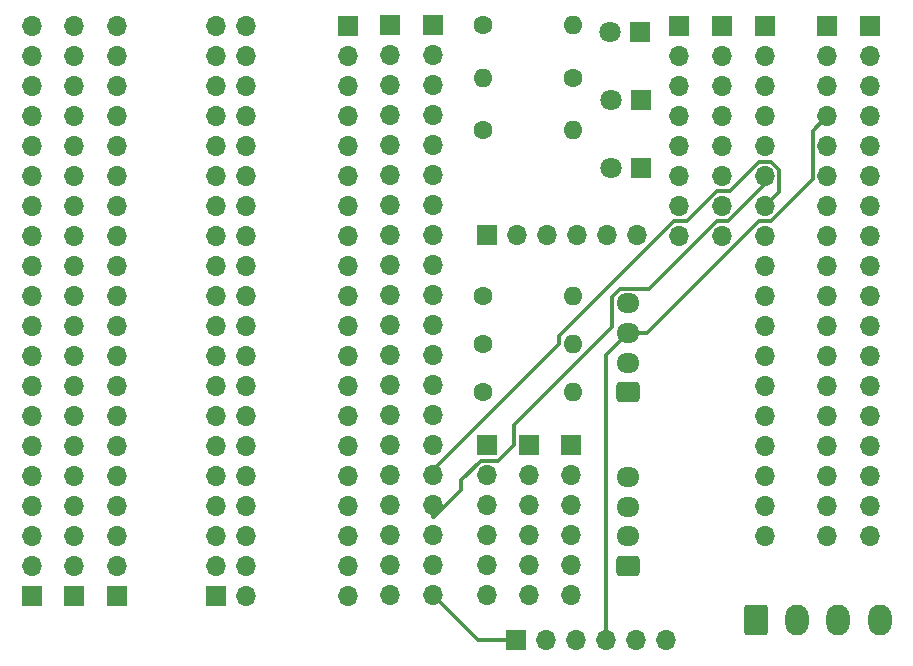
<source format=gbl>
%TF.GenerationSoftware,KiCad,Pcbnew,7.0.5-0*%
%TF.CreationDate,2023-10-02T00:08:41-07:00*%
%TF.ProjectId,FONA_pi,464f4e41-5f70-4692-9e6b-696361645f70,rev?*%
%TF.SameCoordinates,Original*%
%TF.FileFunction,Copper,L2,Bot*%
%TF.FilePolarity,Positive*%
%FSLAX46Y46*%
G04 Gerber Fmt 4.6, Leading zero omitted, Abs format (unit mm)*
G04 Created by KiCad (PCBNEW 7.0.5-0) date 2023-10-02 00:08:41*
%MOMM*%
%LPD*%
G01*
G04 APERTURE LIST*
G04 Aperture macros list*
%AMRoundRect*
0 Rectangle with rounded corners*
0 $1 Rounding radius*
0 $2 $3 $4 $5 $6 $7 $8 $9 X,Y pos of 4 corners*
0 Add a 4 corners polygon primitive as box body*
4,1,4,$2,$3,$4,$5,$6,$7,$8,$9,$2,$3,0*
0 Add four circle primitives for the rounded corners*
1,1,$1+$1,$2,$3*
1,1,$1+$1,$4,$5*
1,1,$1+$1,$6,$7*
1,1,$1+$1,$8,$9*
0 Add four rect primitives between the rounded corners*
20,1,$1+$1,$2,$3,$4,$5,0*
20,1,$1+$1,$4,$5,$6,$7,0*
20,1,$1+$1,$6,$7,$8,$9,0*
20,1,$1+$1,$8,$9,$2,$3,0*%
G04 Aperture macros list end*
%TA.AperFunction,ComponentPad*%
%ADD10R,1.700000X1.700000*%
%TD*%
%TA.AperFunction,ComponentPad*%
%ADD11O,1.700000X1.700000*%
%TD*%
%TA.AperFunction,ComponentPad*%
%ADD12C,1.600000*%
%TD*%
%TA.AperFunction,ComponentPad*%
%ADD13O,1.600000X1.600000*%
%TD*%
%TA.AperFunction,ComponentPad*%
%ADD14R,1.800000X1.800000*%
%TD*%
%TA.AperFunction,ComponentPad*%
%ADD15C,1.800000*%
%TD*%
%TA.AperFunction,ComponentPad*%
%ADD16RoundRect,0.250000X0.725000X-0.600000X0.725000X0.600000X-0.725000X0.600000X-0.725000X-0.600000X0*%
%TD*%
%TA.AperFunction,ComponentPad*%
%ADD17O,1.950000X1.700000*%
%TD*%
%TA.AperFunction,ComponentPad*%
%ADD18RoundRect,0.250000X-0.750000X-1.050000X0.750000X-1.050000X0.750000X1.050000X-0.750000X1.050000X0*%
%TD*%
%TA.AperFunction,ComponentPad*%
%ADD19O,2.000000X2.600000*%
%TD*%
%TA.AperFunction,Conductor*%
%ADD20C,0.350000*%
%TD*%
G04 APERTURE END LIST*
D10*
%TO.P,J20,1,Pin_1*%
%TO.N,unconnected-(J20-Pin_1-Pad1)*%
X144310000Y-60960000D03*
D11*
%TO.P,J20,2,Pin_2*%
%TO.N,unconnected-(J20-Pin_2-Pad2)*%
X144310000Y-63500000D03*
%TO.P,J20,3,Pin_3*%
%TO.N,unconnected-(J20-Pin_3-Pad3)*%
X144310000Y-66040000D03*
%TO.P,J20,4,Pin_4*%
%TO.N,unconnected-(J20-Pin_4-Pad4)*%
X144310000Y-68580000D03*
%TO.P,J20,5,Pin_5*%
%TO.N,unconnected-(J20-Pin_5-Pad5)*%
X144310000Y-71120000D03*
%TO.P,J20,6,Pin_6*%
%TO.N,unconnected-(J20-Pin_6-Pad6)*%
X144310000Y-73660000D03*
%TO.P,J20,7,Pin_7*%
%TO.N,unconnected-(J20-Pin_7-Pad7)*%
X144310000Y-76200000D03*
%TO.P,J20,8,Pin_8*%
%TO.N,unconnected-(J20-Pin_8-Pad8)*%
X144310000Y-78740000D03*
%TD*%
D10*
%TO.P,J19,1,Pin_1*%
%TO.N,unconnected-(J19-Pin_1-Pad1)*%
X140670000Y-60960000D03*
D11*
%TO.P,J19,2,Pin_2*%
%TO.N,unconnected-(J19-Pin_2-Pad2)*%
X140670000Y-63500000D03*
%TO.P,J19,3,Pin_3*%
%TO.N,unconnected-(J19-Pin_3-Pad3)*%
X140670000Y-66040000D03*
%TO.P,J19,4,Pin_4*%
%TO.N,unconnected-(J19-Pin_4-Pad4)*%
X140670000Y-68580000D03*
%TO.P,J19,5,Pin_5*%
%TO.N,unconnected-(J19-Pin_5-Pad5)*%
X140670000Y-71120000D03*
%TO.P,J19,6,Pin_6*%
%TO.N,unconnected-(J19-Pin_6-Pad6)*%
X140670000Y-73660000D03*
%TO.P,J19,7,Pin_7*%
%TO.N,unconnected-(J19-Pin_7-Pad7)*%
X140670000Y-76200000D03*
%TO.P,J19,8,Pin_8*%
%TO.N,unconnected-(J19-Pin_8-Pad8)*%
X140670000Y-78740000D03*
%TD*%
%TO.P,J6,18,Pin_18*%
%TO.N,Net-(J18-Pin_1)*%
X153240000Y-104140000D03*
%TO.P,J6,17,Pin_17*%
%TO.N,Net-(J18-Pin_2)*%
X153240000Y-101600000D03*
%TO.P,J6,16,Pin_16*%
%TO.N,Net-(J18-Pin_3)*%
X153240000Y-99060000D03*
%TO.P,J6,15,Pin_15*%
%TO.N,Net-(J18-Pin_4)*%
X153240000Y-96520000D03*
%TO.P,J6,14,Pin_14*%
%TO.N,Net-(J5-Pin_14)*%
X153240000Y-93980000D03*
%TO.P,J6,13,Pin_13*%
%TO.N,Net-(J5-Pin_13)*%
X153240000Y-91440000D03*
%TO.P,J6,12,Pin_12*%
%TO.N,Net-(J5-Pin_12)*%
X153240000Y-88900000D03*
%TO.P,J6,11,Pin_11*%
%TO.N,Net-(G5-A)*%
X153240000Y-86360000D03*
%TO.P,J6,10,Pin_10*%
%TO.N,Net-(J5-Pin_10)*%
X153240000Y-83820000D03*
%TO.P,J6,9,Pin_9*%
%TO.N,Net-(J5-Pin_9)*%
X153240000Y-81280000D03*
%TO.P,J6,8,Pin_8*%
%TO.N,Net-(J5-Pin_8)*%
X153240000Y-78740000D03*
%TO.P,J6,7,Pin_7*%
%TO.N,Net-(J2-Pin_10)*%
X153240000Y-76200000D03*
%TO.P,J6,6,Pin_6*%
%TO.N,Net-(J2-Pin_8)*%
X153240000Y-73660000D03*
%TO.P,J6,5,Pin_5*%
%TO.N,Net-(J5-Pin_5)*%
X153240000Y-71120000D03*
%TO.P,J6,4,Pin_4*%
%TO.N,Net-(J10-Pin_3)*%
X153240000Y-68580000D03*
%TO.P,J6,3,Pin_3*%
%TO.N,Net-(J5-Pin_3)*%
X153240000Y-66040000D03*
%TO.P,J6,2,Pin_2*%
%TO.N,Net-(J5-Pin_2)*%
X153240000Y-63500000D03*
D10*
%TO.P,J6,1,Pin_1*%
%TO.N,Net-(J5-Pin_1)*%
X153240000Y-60960000D03*
%TD*%
D11*
%TO.P,J5,18,Pin_18*%
%TO.N,Net-(J18-Pin_1)*%
X147955000Y-104140000D03*
%TO.P,J5,17,Pin_17*%
%TO.N,Net-(J18-Pin_2)*%
X147955000Y-101600000D03*
%TO.P,J5,16,Pin_16*%
%TO.N,Net-(J18-Pin_3)*%
X147955000Y-99060000D03*
%TO.P,J5,15,Pin_15*%
%TO.N,Net-(J18-Pin_4)*%
X147955000Y-96520000D03*
%TO.P,J5,14,Pin_14*%
%TO.N,Net-(J5-Pin_14)*%
X147955000Y-93980000D03*
%TO.P,J5,13,Pin_13*%
%TO.N,Net-(J5-Pin_13)*%
X147955000Y-91440000D03*
%TO.P,J5,12,Pin_12*%
%TO.N,Net-(J5-Pin_12)*%
X147955000Y-88900000D03*
%TO.P,J5,11,Pin_11*%
%TO.N,Net-(G5-A)*%
X147955000Y-86360000D03*
%TO.P,J5,10,Pin_10*%
%TO.N,Net-(J5-Pin_10)*%
X147955000Y-83820000D03*
%TO.P,J5,9,Pin_9*%
%TO.N,Net-(J5-Pin_9)*%
X147955000Y-81280000D03*
%TO.P,J5,8,Pin_8*%
%TO.N,Net-(J5-Pin_8)*%
X147955000Y-78740000D03*
%TO.P,J5,7,Pin_7*%
%TO.N,Net-(J2-Pin_10)*%
X147955000Y-76200000D03*
%TO.P,J5,6,Pin_6*%
%TO.N,Net-(J2-Pin_8)*%
X147955000Y-73660000D03*
%TO.P,J5,5,Pin_5*%
%TO.N,Net-(J5-Pin_5)*%
X147955000Y-71120000D03*
%TO.P,J5,4,Pin_4*%
%TO.N,Net-(J10-Pin_3)*%
X147955000Y-68580000D03*
%TO.P,J5,3,Pin_3*%
%TO.N,Net-(J5-Pin_3)*%
X147955000Y-66040000D03*
%TO.P,J5,2,Pin_2*%
%TO.N,Net-(J5-Pin_2)*%
X147955000Y-63500000D03*
D10*
%TO.P,J5,1,Pin_1*%
%TO.N,Net-(J5-Pin_1)*%
X147955000Y-60960000D03*
%TD*%
D12*
%TO.P,R1,1*%
%TO.N,Net-(J1-Pin_16)*%
X124104400Y-69773800D03*
D13*
%TO.P,R1,2*%
%TO.N,Net-(D3-A)*%
X131724400Y-69773800D03*
%TD*%
D10*
%TO.P,J13,1,Pin_1*%
%TO.N,Net-(J13-Pin_1)*%
X124383800Y-96418400D03*
D11*
%TO.P,J13,2,Pin_2*%
%TO.N,Net-(J13-Pin_2)*%
X124383800Y-98958400D03*
%TO.P,J13,3,Pin_3*%
%TO.N,Net-(J13-Pin_3)*%
X124383800Y-101498400D03*
%TO.P,J13,4,Pin_4*%
%TO.N,Net-(J13-Pin_4)*%
X124383800Y-104038400D03*
%TO.P,J13,5,Pin_5*%
%TO.N,Net-(J13-Pin_5)*%
X124383800Y-106578400D03*
%TO.P,J13,6,Pin_6*%
%TO.N,Net-(J13-Pin_6)*%
X124383800Y-109118400D03*
%TD*%
D12*
%TO.P,R6,1*%
%TO.N,Net-(J2-Pin_16)*%
X124053600Y-91922600D03*
D13*
%TO.P,R6,2*%
%TO.N,Net-(J10-Pin_1)*%
X131673600Y-91922600D03*
%TD*%
D14*
%TO.P,D3,1,K*%
%TO.N,Net-(D1-K)*%
X137439400Y-72948800D03*
D15*
%TO.P,D3,2,A*%
%TO.N,Net-(D3-A)*%
X134899400Y-72948800D03*
%TD*%
D12*
%TO.P,R3,1*%
%TO.N,Net-(J1-Pin_19)*%
X124104400Y-60883800D03*
D13*
%TO.P,R3,2*%
%TO.N,Net-(D1-A)*%
X131724400Y-60883800D03*
%TD*%
D16*
%TO.P,J9,1,Pin_1*%
%TO.N,Net-(J18-Pin_1)*%
X136347200Y-106629200D03*
D17*
%TO.P,J9,2,Pin_2*%
%TO.N,Net-(J18-Pin_2)*%
X136347200Y-104129200D03*
%TO.P,J9,3,Pin_3*%
%TO.N,Net-(J18-Pin_3)*%
X136347200Y-101629200D03*
%TO.P,J9,4,Pin_4*%
%TO.N,Net-(J18-Pin_4)*%
X136347200Y-99129200D03*
%TD*%
D12*
%TO.P,R2,1*%
%TO.N,Net-(D2-A)*%
X131724400Y-65328800D03*
D13*
%TO.P,R2,2*%
%TO.N,Net-(J2-Pin_36)*%
X124104400Y-65328800D03*
%TD*%
D12*
%TO.P,R4,1*%
%TO.N,Net-(J2-Pin_22)*%
X124053600Y-83822600D03*
D13*
%TO.P,R4,2*%
%TO.N,Net-(J10-Pin_4)*%
X131673600Y-83822600D03*
%TD*%
D10*
%TO.P,J15,1,Pin_1*%
%TO.N,Net-(J13-Pin_1)*%
X131523800Y-96418400D03*
D11*
%TO.P,J15,2,Pin_2*%
%TO.N,Net-(J13-Pin_2)*%
X131523800Y-98958400D03*
%TO.P,J15,3,Pin_3*%
%TO.N,Net-(J13-Pin_3)*%
X131523800Y-101498400D03*
%TO.P,J15,4,Pin_4*%
%TO.N,Net-(J13-Pin_4)*%
X131523800Y-104038400D03*
%TO.P,J15,5,Pin_5*%
%TO.N,Net-(J13-Pin_5)*%
X131523800Y-106578400D03*
%TO.P,J15,6,Pin_6*%
%TO.N,Net-(J13-Pin_6)*%
X131523800Y-109118400D03*
%TD*%
D12*
%TO.P,R5,1*%
%TO.N,Net-(J2-Pin_18)*%
X124053600Y-87872600D03*
D13*
%TO.P,R5,2*%
%TO.N,Net-(J10-Pin_2)*%
X131673600Y-87872600D03*
%TD*%
D11*
%TO.P,J2,40,Pin_40*%
%TO.N,Net-(J2-Pin_40)*%
X103987600Y-60909200D03*
%TO.P,J2,39,Pin_39*%
%TO.N,Net-(J1-Pin_20)*%
X101447600Y-60909200D03*
%TO.P,J2,38,Pin_38*%
%TO.N,Net-(J2-Pin_38)*%
X103987600Y-63449200D03*
%TO.P,J2,37,Pin_37*%
%TO.N,Net-(J1-Pin_19)*%
X101447600Y-63449200D03*
%TO.P,J2,36,Pin_36*%
%TO.N,Net-(J2-Pin_36)*%
X103987600Y-65989200D03*
%TO.P,J2,35,Pin_35*%
%TO.N,Net-(J1-Pin_18)*%
X101447600Y-65989200D03*
%TO.P,J2,34,Pin_34*%
%TO.N,Net-(D1-K)*%
X103987600Y-68529200D03*
%TO.P,J2,33,Pin_33*%
%TO.N,Net-(J1-Pin_17)*%
X101447600Y-68529200D03*
%TO.P,J2,32,Pin_32*%
%TO.N,Net-(J2-Pin_32)*%
X103987600Y-71069200D03*
%TO.P,J2,31,Pin_31*%
%TO.N,Net-(J1-Pin_16)*%
X101447600Y-71069200D03*
%TO.P,J2,30,Pin_30*%
%TO.N,Net-(J2-Pin_30)*%
X103987600Y-73609200D03*
%TO.P,J2,29,Pin_29*%
%TO.N,Net-(G5-B)*%
X101447600Y-73609200D03*
%TO.P,J2,28,Pin_28*%
%TO.N,Net-(J2-Pin_28)*%
X103987600Y-76149200D03*
%TO.P,J2,27,Pin_27*%
%TO.N,Net-(J1-Pin_14)*%
X101447600Y-76149200D03*
%TO.P,J2,26,Pin_26*%
%TO.N,Net-(J2-Pin_26)*%
X103987600Y-78689200D03*
%TO.P,J2,25,Pin_25*%
%TO.N,Net-(J1-Pin_13)*%
X101447600Y-78689200D03*
%TO.P,J2,24,Pin_24*%
%TO.N,Net-(J2-Pin_24)*%
X103987600Y-81229200D03*
%TO.P,J2,23,Pin_23*%
%TO.N,Net-(J1-Pin_12)*%
X101447600Y-81229200D03*
%TO.P,J2,22,Pin_22*%
%TO.N,Net-(J2-Pin_22)*%
X103987600Y-83769200D03*
%TO.P,J2,21,Pin_21*%
%TO.N,Net-(J1-Pin_11)*%
X101447600Y-83769200D03*
%TO.P,J2,20,Pin_20*%
%TO.N,Net-(J2-Pin_20)*%
X103987600Y-86309200D03*
%TO.P,J2,19,Pin_19*%
%TO.N,Net-(J1-Pin_10)*%
X101447600Y-86309200D03*
%TO.P,J2,18,Pin_18*%
%TO.N,Net-(J2-Pin_18)*%
X103987600Y-88849200D03*
%TO.P,J2,17,Pin_17*%
%TO.N,Net-(J1-Pin_9)*%
X101447600Y-88849200D03*
%TO.P,J2,16,Pin_16*%
%TO.N,Net-(J2-Pin_16)*%
X103987600Y-91389200D03*
%TO.P,J2,15,Pin_15*%
%TO.N,Net-(J1-Pin_8)*%
X101447600Y-91389200D03*
%TO.P,J2,14,Pin_14*%
%TO.N,Net-(J2-Pin_14)*%
X103987600Y-93929200D03*
%TO.P,J2,13,Pin_13*%
%TO.N,Net-(J1-Pin_7)*%
X101447600Y-93929200D03*
%TO.P,J2,12,Pin_12*%
%TO.N,Net-(J2-Pin_12)*%
X103987600Y-96469200D03*
%TO.P,J2,11,Pin_11*%
%TO.N,Net-(J1-Pin_6)*%
X101447600Y-96469200D03*
%TO.P,J2,10,Pin_10*%
%TO.N,Net-(J2-Pin_10)*%
X103987600Y-99009200D03*
%TO.P,J2,9,Pin_9*%
%TO.N,Net-(J1-Pin_5)*%
X101447600Y-99009200D03*
%TO.P,J2,8,Pin_8*%
%TO.N,Net-(J2-Pin_8)*%
X103987600Y-101549200D03*
%TO.P,J2,7,Pin_7*%
%TO.N,Net-(J1-Pin_4)*%
X101447600Y-101549200D03*
%TO.P,J2,6,Pin_6*%
%TO.N,Net-(J2-Pin_6)*%
X103987600Y-104089200D03*
%TO.P,J2,5,Pin_5*%
%TO.N,Net-(J1-Pin_3)*%
X101447600Y-104089200D03*
%TO.P,J2,4,Pin_4*%
%TO.N,Net-(J2-Pin_4)*%
X103987600Y-106629200D03*
%TO.P,J2,3,Pin_3*%
%TO.N,Net-(J1-Pin_2)*%
X101447600Y-106629200D03*
%TO.P,J2,2,Pin_2*%
%TO.N,Net-(J10-Pin_3)*%
X103987600Y-109169200D03*
D10*
%TO.P,J2,1,Pin_1*%
%TO.N,Net-(J1-Pin_1)*%
X101447600Y-109169200D03*
%TD*%
D14*
%TO.P,D2,1,K*%
%TO.N,Net-(D1-K)*%
X137444400Y-67233800D03*
D15*
%TO.P,D2,2,A*%
%TO.N,Net-(D2-A)*%
X134904400Y-67233800D03*
%TD*%
D11*
%TO.P,J4,20,Pin_20*%
%TO.N,Net-(J10-Pin_3)*%
X119862600Y-109143800D03*
%TO.P,J4,19,Pin_19*%
%TO.N,Net-(J2-Pin_4)*%
X119862600Y-106603800D03*
%TO.P,J4,18,Pin_18*%
%TO.N,Net-(J2-Pin_6)*%
X119862600Y-104063800D03*
%TO.P,J4,17,Pin_17*%
%TO.N,Net-(J2-Pin_8)*%
X119862600Y-101523800D03*
%TO.P,J4,16,Pin_16*%
%TO.N,Net-(J2-Pin_10)*%
X119862600Y-98983800D03*
%TO.P,J4,15,Pin_15*%
%TO.N,Net-(J2-Pin_12)*%
X119862600Y-96443800D03*
%TO.P,J4,14,Pin_14*%
%TO.N,Net-(J2-Pin_14)*%
X119862600Y-93903800D03*
%TO.P,J4,13,Pin_13*%
%TO.N,Net-(J2-Pin_16)*%
X119862600Y-91363800D03*
%TO.P,J4,12,Pin_12*%
%TO.N,Net-(J2-Pin_18)*%
X119862600Y-88823800D03*
%TO.P,J4,11,Pin_11*%
%TO.N,Net-(J2-Pin_20)*%
X119862600Y-86283800D03*
%TO.P,J4,10,Pin_10*%
%TO.N,Net-(J2-Pin_22)*%
X119862600Y-83743800D03*
%TO.P,J4,9,Pin_9*%
%TO.N,Net-(J2-Pin_24)*%
X119862600Y-81203800D03*
%TO.P,J4,8,Pin_8*%
%TO.N,Net-(J2-Pin_26)*%
X119862600Y-78663800D03*
%TO.P,J4,7,Pin_7*%
%TO.N,Net-(J2-Pin_28)*%
X119862600Y-76123800D03*
%TO.P,J4,6,Pin_6*%
%TO.N,Net-(J2-Pin_30)*%
X119862600Y-73583800D03*
%TO.P,J4,5,Pin_5*%
%TO.N,Net-(J2-Pin_32)*%
X119862600Y-71043800D03*
%TO.P,J4,4,Pin_4*%
%TO.N,Net-(D1-K)*%
X119862600Y-68503800D03*
%TO.P,J4,3,Pin_3*%
%TO.N,Net-(J2-Pin_36)*%
X119862600Y-65963800D03*
%TO.P,J4,2,Pin_2*%
%TO.N,Net-(J2-Pin_38)*%
X119862600Y-63423800D03*
D10*
%TO.P,J4,1,Pin_1*%
%TO.N,Net-(J2-Pin_40)*%
X119862600Y-60883800D03*
%TD*%
%TO.P,J17,1,Pin_1*%
%TO.N,Net-(J10-Pin_3)*%
X126898400Y-112928400D03*
D11*
%TO.P,J17,2,Pin_2*%
X129438400Y-112928400D03*
%TO.P,J17,3,Pin_3*%
X131978400Y-112928400D03*
%TO.P,J17,4,Pin_4*%
X134518400Y-112928400D03*
%TO.P,J17,5,Pin_5*%
X137058400Y-112928400D03*
%TO.P,J17,6,Pin_6*%
X139598400Y-112928400D03*
%TD*%
D10*
%TO.P,J11,1,Pin_1*%
%TO.N,Net-(J1-Pin_1)*%
X89486800Y-109160000D03*
D11*
%TO.P,J11,2,Pin_2*%
%TO.N,Net-(J1-Pin_2)*%
X89486800Y-106620000D03*
%TO.P,J11,3,Pin_3*%
%TO.N,Net-(J1-Pin_3)*%
X89486800Y-104080000D03*
%TO.P,J11,4,Pin_4*%
%TO.N,Net-(J1-Pin_4)*%
X89486800Y-101540000D03*
%TO.P,J11,5,Pin_5*%
%TO.N,Net-(J1-Pin_5)*%
X89486800Y-99000000D03*
%TO.P,J11,6,Pin_6*%
%TO.N,Net-(J1-Pin_6)*%
X89486800Y-96460000D03*
%TO.P,J11,7,Pin_7*%
%TO.N,Net-(J1-Pin_7)*%
X89486800Y-93920000D03*
%TO.P,J11,8,Pin_8*%
%TO.N,Net-(J1-Pin_8)*%
X89486800Y-91380000D03*
%TO.P,J11,9,Pin_9*%
%TO.N,Net-(J1-Pin_9)*%
X89486800Y-88840000D03*
%TO.P,J11,10,Pin_10*%
%TO.N,Net-(J1-Pin_10)*%
X89486800Y-86300000D03*
%TO.P,J11,11,Pin_11*%
%TO.N,Net-(J1-Pin_11)*%
X89486800Y-83760000D03*
%TO.P,J11,12,Pin_12*%
%TO.N,Net-(J1-Pin_12)*%
X89486800Y-81220000D03*
%TO.P,J11,13,Pin_13*%
%TO.N,Net-(J1-Pin_13)*%
X89486800Y-78680000D03*
%TO.P,J11,14,Pin_14*%
%TO.N,Net-(J1-Pin_14)*%
X89486800Y-76140000D03*
%TO.P,J11,15,Pin_15*%
%TO.N,Net-(G5-B)*%
X89486800Y-73600000D03*
%TO.P,J11,16,Pin_16*%
%TO.N,Net-(J1-Pin_16)*%
X89486800Y-71060000D03*
%TO.P,J11,17,Pin_17*%
%TO.N,Net-(J1-Pin_17)*%
X89486800Y-68520000D03*
%TO.P,J11,18,Pin_18*%
%TO.N,Net-(J1-Pin_18)*%
X89486800Y-65980000D03*
%TO.P,J11,19,Pin_19*%
%TO.N,Net-(J1-Pin_19)*%
X89486800Y-63440000D03*
%TO.P,J11,20,Pin_20*%
%TO.N,Net-(J1-Pin_20)*%
X89486800Y-60900000D03*
%TD*%
D10*
%TO.P,J12,1,Pin_1*%
%TO.N,Net-(J1-Pin_1)*%
X85877400Y-109160000D03*
D11*
%TO.P,J12,2,Pin_2*%
%TO.N,Net-(J1-Pin_2)*%
X85877400Y-106620000D03*
%TO.P,J12,3,Pin_3*%
%TO.N,Net-(J1-Pin_3)*%
X85877400Y-104080000D03*
%TO.P,J12,4,Pin_4*%
%TO.N,Net-(J1-Pin_4)*%
X85877400Y-101540000D03*
%TO.P,J12,5,Pin_5*%
%TO.N,Net-(J1-Pin_5)*%
X85877400Y-99000000D03*
%TO.P,J12,6,Pin_6*%
%TO.N,Net-(J1-Pin_6)*%
X85877400Y-96460000D03*
%TO.P,J12,7,Pin_7*%
%TO.N,Net-(J1-Pin_7)*%
X85877400Y-93920000D03*
%TO.P,J12,8,Pin_8*%
%TO.N,Net-(J1-Pin_8)*%
X85877400Y-91380000D03*
%TO.P,J12,9,Pin_9*%
%TO.N,Net-(J1-Pin_9)*%
X85877400Y-88840000D03*
%TO.P,J12,10,Pin_10*%
%TO.N,Net-(J1-Pin_10)*%
X85877400Y-86300000D03*
%TO.P,J12,11,Pin_11*%
%TO.N,Net-(J1-Pin_11)*%
X85877400Y-83760000D03*
%TO.P,J12,12,Pin_12*%
%TO.N,Net-(J1-Pin_12)*%
X85877400Y-81220000D03*
%TO.P,J12,13,Pin_13*%
%TO.N,Net-(J1-Pin_13)*%
X85877400Y-78680000D03*
%TO.P,J12,14,Pin_14*%
%TO.N,Net-(J1-Pin_14)*%
X85877400Y-76140000D03*
%TO.P,J12,15,Pin_15*%
%TO.N,Net-(G5-B)*%
X85877400Y-73600000D03*
%TO.P,J12,16,Pin_16*%
%TO.N,Net-(J1-Pin_16)*%
X85877400Y-71060000D03*
%TO.P,J12,17,Pin_17*%
%TO.N,Net-(J1-Pin_17)*%
X85877400Y-68520000D03*
%TO.P,J12,18,Pin_18*%
%TO.N,Net-(J1-Pin_18)*%
X85877400Y-65980000D03*
%TO.P,J12,19,Pin_19*%
%TO.N,Net-(J1-Pin_19)*%
X85877400Y-63440000D03*
%TO.P,J12,20,Pin_20*%
%TO.N,Net-(J1-Pin_20)*%
X85877400Y-60900000D03*
%TD*%
D10*
%TO.P,J1,1,Pin_1*%
%TO.N,Net-(J1-Pin_1)*%
X93091000Y-109169200D03*
D11*
%TO.P,J1,2,Pin_2*%
%TO.N,Net-(J1-Pin_2)*%
X93091000Y-106629200D03*
%TO.P,J1,3,Pin_3*%
%TO.N,Net-(J1-Pin_3)*%
X93091000Y-104089200D03*
%TO.P,J1,4,Pin_4*%
%TO.N,Net-(J1-Pin_4)*%
X93091000Y-101549200D03*
%TO.P,J1,5,Pin_5*%
%TO.N,Net-(J1-Pin_5)*%
X93091000Y-99009200D03*
%TO.P,J1,6,Pin_6*%
%TO.N,Net-(J1-Pin_6)*%
X93091000Y-96469200D03*
%TO.P,J1,7,Pin_7*%
%TO.N,Net-(J1-Pin_7)*%
X93091000Y-93929200D03*
%TO.P,J1,8,Pin_8*%
%TO.N,Net-(J1-Pin_8)*%
X93091000Y-91389200D03*
%TO.P,J1,9,Pin_9*%
%TO.N,Net-(J1-Pin_9)*%
X93091000Y-88849200D03*
%TO.P,J1,10,Pin_10*%
%TO.N,Net-(J1-Pin_10)*%
X93091000Y-86309200D03*
%TO.P,J1,11,Pin_11*%
%TO.N,Net-(J1-Pin_11)*%
X93091000Y-83769200D03*
%TO.P,J1,12,Pin_12*%
%TO.N,Net-(J1-Pin_12)*%
X93091000Y-81229200D03*
%TO.P,J1,13,Pin_13*%
%TO.N,Net-(J1-Pin_13)*%
X93091000Y-78689200D03*
%TO.P,J1,14,Pin_14*%
%TO.N,Net-(J1-Pin_14)*%
X93091000Y-76149200D03*
%TO.P,J1,15,Pin_15*%
%TO.N,Net-(G5-B)*%
X93091000Y-73609200D03*
%TO.P,J1,16,Pin_16*%
%TO.N,Net-(J1-Pin_16)*%
X93091000Y-71069200D03*
%TO.P,J1,17,Pin_17*%
%TO.N,Net-(J1-Pin_17)*%
X93091000Y-68529200D03*
%TO.P,J1,18,Pin_18*%
%TO.N,Net-(J1-Pin_18)*%
X93091000Y-65989200D03*
%TO.P,J1,19,Pin_19*%
%TO.N,Net-(J1-Pin_19)*%
X93091000Y-63449200D03*
%TO.P,J1,20,Pin_20*%
%TO.N,Net-(J1-Pin_20)*%
X93091000Y-60909200D03*
%TD*%
%TO.P,J8,18,Pin_18*%
%TO.N,Net-(J18-Pin_1)*%
X156870400Y-104140000D03*
%TO.P,J8,17,Pin_17*%
%TO.N,Net-(J18-Pin_2)*%
X156870400Y-101600000D03*
%TO.P,J8,16,Pin_16*%
%TO.N,Net-(J18-Pin_3)*%
X156870400Y-99060000D03*
%TO.P,J8,15,Pin_15*%
%TO.N,Net-(J18-Pin_4)*%
X156870400Y-96520000D03*
%TO.P,J8,14,Pin_14*%
%TO.N,Net-(J5-Pin_14)*%
X156870400Y-93980000D03*
%TO.P,J8,13,Pin_13*%
%TO.N,Net-(J5-Pin_13)*%
X156870400Y-91440000D03*
%TO.P,J8,12,Pin_12*%
%TO.N,Net-(J5-Pin_12)*%
X156870400Y-88900000D03*
%TO.P,J8,11,Pin_11*%
%TO.N,Net-(G5-A)*%
X156870400Y-86360000D03*
%TO.P,J8,10,Pin_10*%
%TO.N,Net-(J5-Pin_10)*%
X156870400Y-83820000D03*
%TO.P,J8,9,Pin_9*%
%TO.N,Net-(J5-Pin_9)*%
X156870400Y-81280000D03*
%TO.P,J8,8,Pin_8*%
%TO.N,Net-(J5-Pin_8)*%
X156870400Y-78740000D03*
%TO.P,J8,7,Pin_7*%
%TO.N,Net-(J2-Pin_10)*%
X156870400Y-76200000D03*
%TO.P,J8,6,Pin_6*%
%TO.N,Net-(J2-Pin_8)*%
X156870400Y-73660000D03*
%TO.P,J8,5,Pin_5*%
%TO.N,Net-(J5-Pin_5)*%
X156870400Y-71120000D03*
%TO.P,J8,4,Pin_4*%
%TO.N,Net-(J10-Pin_3)*%
X156870400Y-68580000D03*
%TO.P,J8,3,Pin_3*%
%TO.N,Net-(J5-Pin_3)*%
X156870400Y-66040000D03*
%TO.P,J8,2,Pin_2*%
%TO.N,Net-(J5-Pin_2)*%
X156870400Y-63500000D03*
D10*
%TO.P,J8,1,Pin_1*%
%TO.N,Net-(J5-Pin_1)*%
X156870400Y-60960000D03*
%TD*%
D16*
%TO.P,J10,1,Pin_1*%
%TO.N,Net-(J10-Pin_1)*%
X136347200Y-91929600D03*
D17*
%TO.P,J10,2,Pin_2*%
%TO.N,Net-(J10-Pin_2)*%
X136347200Y-89429600D03*
%TO.P,J10,3,Pin_3*%
%TO.N,Net-(J10-Pin_3)*%
X136347200Y-86929600D03*
%TO.P,J10,4,Pin_4*%
%TO.N,Net-(J10-Pin_4)*%
X136347200Y-84429600D03*
%TD*%
D10*
%TO.P,J16,1,Pin_1*%
%TO.N,Net-(D1-K)*%
X124400000Y-78670000D03*
D11*
%TO.P,J16,2,Pin_2*%
X126940000Y-78670000D03*
%TO.P,J16,3,Pin_3*%
X129480000Y-78670000D03*
%TO.P,J16,4,Pin_4*%
X132020000Y-78670000D03*
%TO.P,J16,5,Pin_5*%
X134560000Y-78670000D03*
%TO.P,J16,6,Pin_6*%
X137100000Y-78670000D03*
%TD*%
%TO.P,J3,20,Pin_20*%
%TO.N,Net-(J10-Pin_3)*%
X112660000Y-109200000D03*
%TO.P,J3,19,Pin_19*%
%TO.N,Net-(J2-Pin_4)*%
X112660000Y-106660000D03*
%TO.P,J3,18,Pin_18*%
%TO.N,Net-(J2-Pin_6)*%
X112660000Y-104120000D03*
%TO.P,J3,17,Pin_17*%
%TO.N,Net-(J2-Pin_8)*%
X112660000Y-101580000D03*
%TO.P,J3,16,Pin_16*%
%TO.N,Net-(J2-Pin_10)*%
X112660000Y-99040000D03*
%TO.P,J3,15,Pin_15*%
%TO.N,Net-(J2-Pin_12)*%
X112660000Y-96500000D03*
%TO.P,J3,14,Pin_14*%
%TO.N,Net-(J2-Pin_14)*%
X112660000Y-93960000D03*
%TO.P,J3,13,Pin_13*%
%TO.N,Net-(J2-Pin_16)*%
X112660000Y-91420000D03*
%TO.P,J3,12,Pin_12*%
%TO.N,Net-(J2-Pin_18)*%
X112660000Y-88880000D03*
%TO.P,J3,11,Pin_11*%
%TO.N,Net-(J2-Pin_20)*%
X112660000Y-86340000D03*
%TO.P,J3,10,Pin_10*%
%TO.N,Net-(J2-Pin_22)*%
X112660000Y-83800000D03*
%TO.P,J3,9,Pin_9*%
%TO.N,Net-(J2-Pin_24)*%
X112660000Y-81260000D03*
%TO.P,J3,8,Pin_8*%
%TO.N,Net-(J2-Pin_26)*%
X112660000Y-78720000D03*
%TO.P,J3,7,Pin_7*%
%TO.N,Net-(J2-Pin_28)*%
X112660000Y-76180000D03*
%TO.P,J3,6,Pin_6*%
%TO.N,Net-(J2-Pin_30)*%
X112660000Y-73640000D03*
%TO.P,J3,5,Pin_5*%
%TO.N,Net-(J2-Pin_32)*%
X112660000Y-71100000D03*
%TO.P,J3,4,Pin_4*%
%TO.N,Net-(D1-K)*%
X112660000Y-68560000D03*
%TO.P,J3,3,Pin_3*%
%TO.N,Net-(J2-Pin_36)*%
X112660000Y-66020000D03*
%TO.P,J3,2,Pin_2*%
%TO.N,Net-(J2-Pin_38)*%
X112660000Y-63480000D03*
D10*
%TO.P,J3,1,Pin_1*%
%TO.N,Net-(J2-Pin_40)*%
X112660000Y-60940000D03*
%TD*%
D11*
%TO.P,J7,20,Pin_20*%
%TO.N,Net-(J10-Pin_3)*%
X116230400Y-109143800D03*
%TO.P,J7,19,Pin_19*%
%TO.N,Net-(J2-Pin_4)*%
X116230400Y-106603800D03*
%TO.P,J7,18,Pin_18*%
%TO.N,Net-(J2-Pin_6)*%
X116230400Y-104063800D03*
%TO.P,J7,17,Pin_17*%
%TO.N,Net-(J2-Pin_8)*%
X116230400Y-101523800D03*
%TO.P,J7,16,Pin_16*%
%TO.N,Net-(J2-Pin_10)*%
X116230400Y-98983800D03*
%TO.P,J7,15,Pin_15*%
%TO.N,Net-(J2-Pin_12)*%
X116230400Y-96443800D03*
%TO.P,J7,14,Pin_14*%
%TO.N,Net-(J2-Pin_14)*%
X116230400Y-93903800D03*
%TO.P,J7,13,Pin_13*%
%TO.N,Net-(J2-Pin_16)*%
X116230400Y-91363800D03*
%TO.P,J7,12,Pin_12*%
%TO.N,Net-(J2-Pin_18)*%
X116230400Y-88823800D03*
%TO.P,J7,11,Pin_11*%
%TO.N,Net-(J2-Pin_20)*%
X116230400Y-86283800D03*
%TO.P,J7,10,Pin_10*%
%TO.N,Net-(J2-Pin_22)*%
X116230400Y-83743800D03*
%TO.P,J7,9,Pin_9*%
%TO.N,Net-(J2-Pin_24)*%
X116230400Y-81203800D03*
%TO.P,J7,8,Pin_8*%
%TO.N,Net-(J2-Pin_26)*%
X116230400Y-78663800D03*
%TO.P,J7,7,Pin_7*%
%TO.N,Net-(J2-Pin_28)*%
X116230400Y-76123800D03*
%TO.P,J7,6,Pin_6*%
%TO.N,Net-(J2-Pin_30)*%
X116230400Y-73583800D03*
%TO.P,J7,5,Pin_5*%
%TO.N,Net-(J2-Pin_32)*%
X116230400Y-71043800D03*
%TO.P,J7,4,Pin_4*%
%TO.N,Net-(D1-K)*%
X116230400Y-68503800D03*
%TO.P,J7,3,Pin_3*%
%TO.N,Net-(J2-Pin_36)*%
X116230400Y-65963800D03*
%TO.P,J7,2,Pin_2*%
%TO.N,Net-(J2-Pin_38)*%
X116230400Y-63423800D03*
D10*
%TO.P,J7,1,Pin_1*%
%TO.N,Net-(J2-Pin_40)*%
X116230400Y-60883800D03*
%TD*%
D14*
%TO.P,D1,1,K*%
%TO.N,Net-(D1-K)*%
X137414000Y-61468000D03*
D15*
%TO.P,D1,2,A*%
%TO.N,Net-(D1-A)*%
X134874000Y-61468000D03*
%TD*%
D10*
%TO.P,J14,1,Pin_1*%
%TO.N,Net-(J13-Pin_1)*%
X127967800Y-96418400D03*
D11*
%TO.P,J14,2,Pin_2*%
%TO.N,Net-(J13-Pin_2)*%
X127967800Y-98958400D03*
%TO.P,J14,3,Pin_3*%
%TO.N,Net-(J13-Pin_3)*%
X127967800Y-101498400D03*
%TO.P,J14,4,Pin_4*%
%TO.N,Net-(J13-Pin_4)*%
X127967800Y-104038400D03*
%TO.P,J14,5,Pin_5*%
%TO.N,Net-(J13-Pin_5)*%
X127967800Y-106578400D03*
%TO.P,J14,6,Pin_6*%
%TO.N,Net-(J13-Pin_6)*%
X127967800Y-109118400D03*
%TD*%
D18*
%TO.P,J18,1,Pin_1*%
%TO.N,Net-(J18-Pin_1)*%
X147167600Y-111201200D03*
D19*
%TO.P,J18,2,Pin_2*%
%TO.N,Net-(J18-Pin_2)*%
X150667600Y-111201200D03*
%TO.P,J18,3,Pin_3*%
%TO.N,Net-(J18-Pin_3)*%
X154167600Y-111201200D03*
%TO.P,J18,4,Pin_4*%
%TO.N,Net-(J18-Pin_4)*%
X157667600Y-111201200D03*
%TD*%
D20*
%TO.N,Net-(J10-Pin_3)*%
X119862600Y-109143800D02*
X123647200Y-112928400D01*
X123647200Y-112928400D02*
X126898400Y-112928400D01*
X136347200Y-86929600D02*
X134518400Y-88758400D01*
X134518400Y-88758400D02*
X134518400Y-112928400D01*
X136347200Y-86929600D02*
X137942988Y-86929600D01*
X137942988Y-86929600D02*
X147447588Y-77425000D01*
X147447588Y-77425000D02*
X148462412Y-77425000D01*
X152015000Y-69805000D02*
X153240000Y-68580000D01*
X148462412Y-77425000D02*
X152015000Y-73872412D01*
X152015000Y-73872412D02*
X152015000Y-69805000D01*
%TO.N,Net-(J2-Pin_10)*%
X119862600Y-98983800D02*
X119862600Y-98489600D01*
X119862600Y-98489600D02*
X130498600Y-87853600D01*
X148462412Y-72435000D02*
X149180000Y-73152588D01*
X130498600Y-87853600D02*
X130498600Y-87178988D01*
X143890291Y-74887297D02*
X144995291Y-74887297D01*
X130498600Y-87178988D02*
X140237703Y-77439885D01*
X140237703Y-77439885D02*
X141337703Y-77439885D01*
X144995291Y-74887297D02*
X147447588Y-72435000D01*
X141337703Y-77439885D02*
X143890291Y-74887297D01*
X147447588Y-72435000D02*
X148462412Y-72435000D01*
X149180000Y-73152588D02*
X149180000Y-74975000D01*
X149180000Y-74975000D02*
X147955000Y-76200000D01*
%TO.N,Net-(J2-Pin_8)*%
X119862600Y-102492600D02*
X119890000Y-102520000D01*
X119862600Y-101523800D02*
X119862600Y-102492600D01*
X125379400Y-97733400D02*
X126742800Y-96370000D01*
X119890000Y-102520000D02*
X122226600Y-100183400D01*
X122226600Y-100183400D02*
X122226600Y-99383188D01*
X122226600Y-99383188D02*
X123876388Y-97733400D01*
X138112988Y-83204600D02*
X143892588Y-77425000D01*
X123876388Y-97733400D02*
X125379400Y-97733400D01*
X126742800Y-94676588D02*
X134997200Y-86422188D01*
X126742800Y-96370000D02*
X126742800Y-94676588D01*
X134997200Y-86422188D02*
X134997200Y-83922188D01*
X134997200Y-83922188D02*
X135714788Y-83204600D01*
X144817412Y-77425000D02*
X147955000Y-74287412D01*
X135714788Y-83204600D02*
X138112988Y-83204600D01*
X143892588Y-77425000D02*
X144817412Y-77425000D01*
X147955000Y-74287412D02*
X147955000Y-73660000D01*
%TD*%
M02*

</source>
